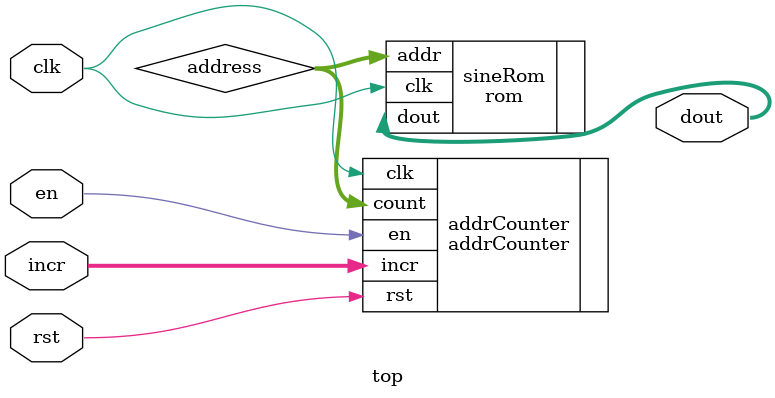
<source format=sv>
module top #(
  parameter A_WIDTH = 8,
  parameter D_WIDTH = 8
)(
  // interface signals
  input  wire             clk,      // clock 
  input  wire             rst,      // reset 
  input  wire             en,       // enable
  input  wire [D_WIDTH-1:0] incr,   // increment for addr counter
  output wire [D_WIDTH-1:0] dout    // output data
);

  wire  [A_WIDTH-1:0]       address;    // interconnect wire

addrCounter addrCounter (
  .clk (clk),
  .rst (rst),
  .en (en),
  .incr(incr),
  .count(address)
);

rom sineRom(
  .clk(clk),
  .addr(address),
  .dout(dout)
);

endmodule
</source>
